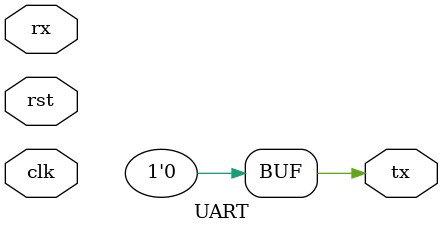
<source format=v>


// Verification Directory fv/UART 

module UART(rx, clk, rst, tx);
  input rx, clk, rst;
  output tx;
  wire rx, clk, rst;
  wire tx;
  assign tx = 1'b0;
endmodule


</source>
